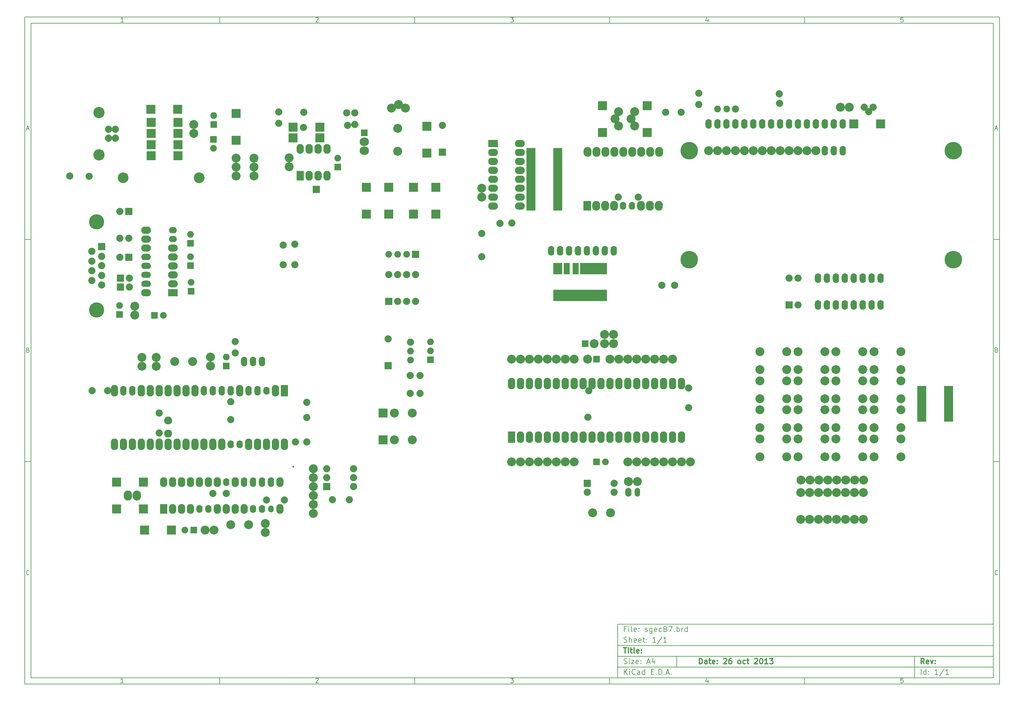
<source format=gbs>
G04 (created by PCBNEW-RS274X (2011-04-29 BZR 2986)-stable) date 10/26/2013 1:24:27 PM*
G01*
G70*
G90*
%MOIN*%
G04 Gerber Fmt 3.4, Leading zero omitted, Abs format*
%FSLAX34Y34*%
G04 APERTURE LIST*
%ADD10C,0.006000*%
%ADD11C,0.012000*%
%ADD12R,0.082000X0.130000*%
%ADD13O,0.082000X0.130000*%
%ADD14O,0.070000X0.090000*%
%ADD15O,0.070000X0.110000*%
%ADD16C,0.020400*%
%ADD17C,0.080000*%
%ADD18R,0.080000X0.080000*%
%ADD19C,0.100000*%
%ADD20O,0.070000X0.100000*%
%ADD21O,0.060000X0.100000*%
%ADD22R,0.100000X0.100000*%
%ADD23C,0.075000*%
%ADD24C,0.126300*%
%ADD25R,0.100000X0.130000*%
%ADD26R,0.070000X0.130000*%
%ADD27R,0.075000X0.075000*%
%ADD28C,0.197200*%
%ADD29C,0.120000*%
%ADD30O,0.090000X0.110000*%
%ADD31R,0.090000X0.110000*%
%ADD32R,0.082000X0.110000*%
%ADD33O,0.082000X0.110000*%
%ADD34O,0.060000X0.080000*%
%ADD35R,0.110000X0.082000*%
%ADD36O,0.110000X0.082000*%
%ADD37O,0.090000X0.070000*%
%ADD38O,0.110000X0.070000*%
%ADD39C,0.170000*%
%ADD40O,0.092000X0.112000*%
%ADD41O,0.105000X0.095000*%
%ADD42C,0.090000*%
G04 APERTURE END LIST*
G54D10*
X04000Y-04000D02*
X113000Y-04000D01*
X113000Y-78670D01*
X04000Y-78670D01*
X04000Y-04000D01*
X04700Y-04700D02*
X112300Y-04700D01*
X112300Y-77970D01*
X04700Y-77970D01*
X04700Y-04700D01*
X25800Y-04000D02*
X25800Y-04700D01*
X15043Y-04552D02*
X14757Y-04552D01*
X14900Y-04552D02*
X14900Y-04052D01*
X14852Y-04124D01*
X14805Y-04171D01*
X14757Y-04195D01*
X25800Y-78670D02*
X25800Y-77970D01*
X15043Y-78522D02*
X14757Y-78522D01*
X14900Y-78522D02*
X14900Y-78022D01*
X14852Y-78094D01*
X14805Y-78141D01*
X14757Y-78165D01*
X47600Y-04000D02*
X47600Y-04700D01*
X36557Y-04100D02*
X36581Y-04076D01*
X36629Y-04052D01*
X36748Y-04052D01*
X36795Y-04076D01*
X36819Y-04100D01*
X36843Y-04148D01*
X36843Y-04195D01*
X36819Y-04267D01*
X36533Y-04552D01*
X36843Y-04552D01*
X47600Y-78670D02*
X47600Y-77970D01*
X36557Y-78070D02*
X36581Y-78046D01*
X36629Y-78022D01*
X36748Y-78022D01*
X36795Y-78046D01*
X36819Y-78070D01*
X36843Y-78118D01*
X36843Y-78165D01*
X36819Y-78237D01*
X36533Y-78522D01*
X36843Y-78522D01*
X69400Y-04000D02*
X69400Y-04700D01*
X58333Y-04052D02*
X58643Y-04052D01*
X58476Y-04243D01*
X58548Y-04243D01*
X58595Y-04267D01*
X58619Y-04290D01*
X58643Y-04338D01*
X58643Y-04457D01*
X58619Y-04505D01*
X58595Y-04529D01*
X58548Y-04552D01*
X58405Y-04552D01*
X58357Y-04529D01*
X58333Y-04505D01*
X69400Y-78670D02*
X69400Y-77970D01*
X58333Y-78022D02*
X58643Y-78022D01*
X58476Y-78213D01*
X58548Y-78213D01*
X58595Y-78237D01*
X58619Y-78260D01*
X58643Y-78308D01*
X58643Y-78427D01*
X58619Y-78475D01*
X58595Y-78499D01*
X58548Y-78522D01*
X58405Y-78522D01*
X58357Y-78499D01*
X58333Y-78475D01*
X91200Y-04000D02*
X91200Y-04700D01*
X80395Y-04219D02*
X80395Y-04552D01*
X80276Y-04029D02*
X80157Y-04386D01*
X80467Y-04386D01*
X91200Y-78670D02*
X91200Y-77970D01*
X80395Y-78189D02*
X80395Y-78522D01*
X80276Y-77999D02*
X80157Y-78356D01*
X80467Y-78356D01*
X102219Y-04052D02*
X101981Y-04052D01*
X101957Y-04290D01*
X101981Y-04267D01*
X102029Y-04243D01*
X102148Y-04243D01*
X102195Y-04267D01*
X102219Y-04290D01*
X102243Y-04338D01*
X102243Y-04457D01*
X102219Y-04505D01*
X102195Y-04529D01*
X102148Y-04552D01*
X102029Y-04552D01*
X101981Y-04529D01*
X101957Y-04505D01*
X102219Y-78022D02*
X101981Y-78022D01*
X101957Y-78260D01*
X101981Y-78237D01*
X102029Y-78213D01*
X102148Y-78213D01*
X102195Y-78237D01*
X102219Y-78260D01*
X102243Y-78308D01*
X102243Y-78427D01*
X102219Y-78475D01*
X102195Y-78499D01*
X102148Y-78522D01*
X102029Y-78522D01*
X101981Y-78499D01*
X101957Y-78475D01*
X04000Y-28890D02*
X04700Y-28890D01*
X04231Y-16510D02*
X04469Y-16510D01*
X04184Y-16652D02*
X04350Y-16152D01*
X04517Y-16652D01*
X113000Y-28890D02*
X112300Y-28890D01*
X112531Y-16510D02*
X112769Y-16510D01*
X112484Y-16652D02*
X112650Y-16152D01*
X112817Y-16652D01*
X04000Y-53780D02*
X04700Y-53780D01*
X04386Y-41280D02*
X04457Y-41304D01*
X04481Y-41328D01*
X04505Y-41376D01*
X04505Y-41447D01*
X04481Y-41495D01*
X04457Y-41519D01*
X04410Y-41542D01*
X04219Y-41542D01*
X04219Y-41042D01*
X04386Y-41042D01*
X04433Y-41066D01*
X04457Y-41090D01*
X04481Y-41138D01*
X04481Y-41185D01*
X04457Y-41233D01*
X04433Y-41257D01*
X04386Y-41280D01*
X04219Y-41280D01*
X113000Y-53780D02*
X112300Y-53780D01*
X112686Y-41280D02*
X112757Y-41304D01*
X112781Y-41328D01*
X112805Y-41376D01*
X112805Y-41447D01*
X112781Y-41495D01*
X112757Y-41519D01*
X112710Y-41542D01*
X112519Y-41542D01*
X112519Y-41042D01*
X112686Y-41042D01*
X112733Y-41066D01*
X112757Y-41090D01*
X112781Y-41138D01*
X112781Y-41185D01*
X112757Y-41233D01*
X112733Y-41257D01*
X112686Y-41280D01*
X112519Y-41280D01*
X04505Y-66385D02*
X04481Y-66409D01*
X04410Y-66432D01*
X04362Y-66432D01*
X04290Y-66409D01*
X04243Y-66361D01*
X04219Y-66313D01*
X04195Y-66218D01*
X04195Y-66147D01*
X04219Y-66051D01*
X04243Y-66004D01*
X04290Y-65956D01*
X04362Y-65932D01*
X04410Y-65932D01*
X04481Y-65956D01*
X04505Y-65980D01*
X112805Y-66385D02*
X112781Y-66409D01*
X112710Y-66432D01*
X112662Y-66432D01*
X112590Y-66409D01*
X112543Y-66361D01*
X112519Y-66313D01*
X112495Y-66218D01*
X112495Y-66147D01*
X112519Y-66051D01*
X112543Y-66004D01*
X112590Y-65956D01*
X112662Y-65932D01*
X112710Y-65932D01*
X112781Y-65956D01*
X112805Y-65980D01*
G54D11*
X79443Y-76413D02*
X79443Y-75813D01*
X79586Y-75813D01*
X79671Y-75841D01*
X79729Y-75899D01*
X79757Y-75956D01*
X79786Y-76070D01*
X79786Y-76156D01*
X79757Y-76270D01*
X79729Y-76327D01*
X79671Y-76384D01*
X79586Y-76413D01*
X79443Y-76413D01*
X80300Y-76413D02*
X80300Y-76099D01*
X80271Y-76041D01*
X80214Y-76013D01*
X80100Y-76013D01*
X80043Y-76041D01*
X80300Y-76384D02*
X80243Y-76413D01*
X80100Y-76413D01*
X80043Y-76384D01*
X80014Y-76327D01*
X80014Y-76270D01*
X80043Y-76213D01*
X80100Y-76184D01*
X80243Y-76184D01*
X80300Y-76156D01*
X80500Y-76013D02*
X80729Y-76013D01*
X80586Y-75813D02*
X80586Y-76327D01*
X80614Y-76384D01*
X80672Y-76413D01*
X80729Y-76413D01*
X81157Y-76384D02*
X81100Y-76413D01*
X80986Y-76413D01*
X80929Y-76384D01*
X80900Y-76327D01*
X80900Y-76099D01*
X80929Y-76041D01*
X80986Y-76013D01*
X81100Y-76013D01*
X81157Y-76041D01*
X81186Y-76099D01*
X81186Y-76156D01*
X80900Y-76213D01*
X81443Y-76356D02*
X81471Y-76384D01*
X81443Y-76413D01*
X81414Y-76384D01*
X81443Y-76356D01*
X81443Y-76413D01*
X81443Y-76041D02*
X81471Y-76070D01*
X81443Y-76099D01*
X81414Y-76070D01*
X81443Y-76041D01*
X81443Y-76099D01*
X82157Y-75870D02*
X82186Y-75841D01*
X82243Y-75813D01*
X82386Y-75813D01*
X82443Y-75841D01*
X82472Y-75870D01*
X82500Y-75927D01*
X82500Y-75984D01*
X82472Y-76070D01*
X82129Y-76413D01*
X82500Y-76413D01*
X83014Y-75813D02*
X82900Y-75813D01*
X82843Y-75841D01*
X82814Y-75870D01*
X82757Y-75956D01*
X82728Y-76070D01*
X82728Y-76299D01*
X82757Y-76356D01*
X82785Y-76384D01*
X82843Y-76413D01*
X82957Y-76413D01*
X83014Y-76384D01*
X83043Y-76356D01*
X83071Y-76299D01*
X83071Y-76156D01*
X83043Y-76099D01*
X83014Y-76070D01*
X82957Y-76041D01*
X82843Y-76041D01*
X82785Y-76070D01*
X82757Y-76099D01*
X82728Y-76156D01*
X83871Y-76413D02*
X83813Y-76384D01*
X83785Y-76356D01*
X83756Y-76299D01*
X83756Y-76127D01*
X83785Y-76070D01*
X83813Y-76041D01*
X83871Y-76013D01*
X83956Y-76013D01*
X84013Y-76041D01*
X84042Y-76070D01*
X84071Y-76127D01*
X84071Y-76299D01*
X84042Y-76356D01*
X84013Y-76384D01*
X83956Y-76413D01*
X83871Y-76413D01*
X84585Y-76384D02*
X84528Y-76413D01*
X84414Y-76413D01*
X84356Y-76384D01*
X84328Y-76356D01*
X84299Y-76299D01*
X84299Y-76127D01*
X84328Y-76070D01*
X84356Y-76041D01*
X84414Y-76013D01*
X84528Y-76013D01*
X84585Y-76041D01*
X84756Y-76013D02*
X84985Y-76013D01*
X84842Y-75813D02*
X84842Y-76327D01*
X84870Y-76384D01*
X84928Y-76413D01*
X84985Y-76413D01*
X85613Y-75870D02*
X85642Y-75841D01*
X85699Y-75813D01*
X85842Y-75813D01*
X85899Y-75841D01*
X85928Y-75870D01*
X85956Y-75927D01*
X85956Y-75984D01*
X85928Y-76070D01*
X85585Y-76413D01*
X85956Y-76413D01*
X86327Y-75813D02*
X86384Y-75813D01*
X86441Y-75841D01*
X86470Y-75870D01*
X86499Y-75927D01*
X86527Y-76041D01*
X86527Y-76184D01*
X86499Y-76299D01*
X86470Y-76356D01*
X86441Y-76384D01*
X86384Y-76413D01*
X86327Y-76413D01*
X86270Y-76384D01*
X86241Y-76356D01*
X86213Y-76299D01*
X86184Y-76184D01*
X86184Y-76041D01*
X86213Y-75927D01*
X86241Y-75870D01*
X86270Y-75841D01*
X86327Y-75813D01*
X87098Y-76413D02*
X86755Y-76413D01*
X86927Y-76413D02*
X86927Y-75813D01*
X86870Y-75899D01*
X86812Y-75956D01*
X86755Y-75984D01*
X87298Y-75813D02*
X87669Y-75813D01*
X87469Y-76041D01*
X87555Y-76041D01*
X87612Y-76070D01*
X87641Y-76099D01*
X87669Y-76156D01*
X87669Y-76299D01*
X87641Y-76356D01*
X87612Y-76384D01*
X87555Y-76413D01*
X87383Y-76413D01*
X87326Y-76384D01*
X87298Y-76356D01*
G54D10*
X71043Y-77613D02*
X71043Y-77013D01*
X71386Y-77613D02*
X71129Y-77270D01*
X71386Y-77013D02*
X71043Y-77356D01*
X71643Y-77613D02*
X71643Y-77213D01*
X71643Y-77013D02*
X71614Y-77041D01*
X71643Y-77070D01*
X71671Y-77041D01*
X71643Y-77013D01*
X71643Y-77070D01*
X72272Y-77556D02*
X72243Y-77584D01*
X72157Y-77613D01*
X72100Y-77613D01*
X72015Y-77584D01*
X71957Y-77527D01*
X71929Y-77470D01*
X71900Y-77356D01*
X71900Y-77270D01*
X71929Y-77156D01*
X71957Y-77099D01*
X72015Y-77041D01*
X72100Y-77013D01*
X72157Y-77013D01*
X72243Y-77041D01*
X72272Y-77070D01*
X72786Y-77613D02*
X72786Y-77299D01*
X72757Y-77241D01*
X72700Y-77213D01*
X72586Y-77213D01*
X72529Y-77241D01*
X72786Y-77584D02*
X72729Y-77613D01*
X72586Y-77613D01*
X72529Y-77584D01*
X72500Y-77527D01*
X72500Y-77470D01*
X72529Y-77413D01*
X72586Y-77384D01*
X72729Y-77384D01*
X72786Y-77356D01*
X73329Y-77613D02*
X73329Y-77013D01*
X73329Y-77584D02*
X73272Y-77613D01*
X73158Y-77613D01*
X73100Y-77584D01*
X73072Y-77556D01*
X73043Y-77499D01*
X73043Y-77327D01*
X73072Y-77270D01*
X73100Y-77241D01*
X73158Y-77213D01*
X73272Y-77213D01*
X73329Y-77241D01*
X74072Y-77299D02*
X74272Y-77299D01*
X74358Y-77613D02*
X74072Y-77613D01*
X74072Y-77013D01*
X74358Y-77013D01*
X74615Y-77556D02*
X74643Y-77584D01*
X74615Y-77613D01*
X74586Y-77584D01*
X74615Y-77556D01*
X74615Y-77613D01*
X74901Y-77613D02*
X74901Y-77013D01*
X75044Y-77013D01*
X75129Y-77041D01*
X75187Y-77099D01*
X75215Y-77156D01*
X75244Y-77270D01*
X75244Y-77356D01*
X75215Y-77470D01*
X75187Y-77527D01*
X75129Y-77584D01*
X75044Y-77613D01*
X74901Y-77613D01*
X75501Y-77556D02*
X75529Y-77584D01*
X75501Y-77613D01*
X75472Y-77584D01*
X75501Y-77556D01*
X75501Y-77613D01*
X75758Y-77441D02*
X76044Y-77441D01*
X75701Y-77613D02*
X75901Y-77013D01*
X76101Y-77613D01*
X76301Y-77556D02*
X76329Y-77584D01*
X76301Y-77613D01*
X76272Y-77584D01*
X76301Y-77556D01*
X76301Y-77613D01*
G54D11*
X104586Y-76413D02*
X104386Y-76127D01*
X104243Y-76413D02*
X104243Y-75813D01*
X104471Y-75813D01*
X104529Y-75841D01*
X104557Y-75870D01*
X104586Y-75927D01*
X104586Y-76013D01*
X104557Y-76070D01*
X104529Y-76099D01*
X104471Y-76127D01*
X104243Y-76127D01*
X105071Y-76384D02*
X105014Y-76413D01*
X104900Y-76413D01*
X104843Y-76384D01*
X104814Y-76327D01*
X104814Y-76099D01*
X104843Y-76041D01*
X104900Y-76013D01*
X105014Y-76013D01*
X105071Y-76041D01*
X105100Y-76099D01*
X105100Y-76156D01*
X104814Y-76213D01*
X105300Y-76013D02*
X105443Y-76413D01*
X105585Y-76013D01*
X105814Y-76356D02*
X105842Y-76384D01*
X105814Y-76413D01*
X105785Y-76384D01*
X105814Y-76356D01*
X105814Y-76413D01*
X105814Y-76041D02*
X105842Y-76070D01*
X105814Y-76099D01*
X105785Y-76070D01*
X105814Y-76041D01*
X105814Y-76099D01*
G54D10*
X71014Y-76384D02*
X71100Y-76413D01*
X71243Y-76413D01*
X71300Y-76384D01*
X71329Y-76356D01*
X71357Y-76299D01*
X71357Y-76241D01*
X71329Y-76184D01*
X71300Y-76156D01*
X71243Y-76127D01*
X71129Y-76099D01*
X71071Y-76070D01*
X71043Y-76041D01*
X71014Y-75984D01*
X71014Y-75927D01*
X71043Y-75870D01*
X71071Y-75841D01*
X71129Y-75813D01*
X71271Y-75813D01*
X71357Y-75841D01*
X71614Y-76413D02*
X71614Y-76013D01*
X71614Y-75813D02*
X71585Y-75841D01*
X71614Y-75870D01*
X71642Y-75841D01*
X71614Y-75813D01*
X71614Y-75870D01*
X71843Y-76013D02*
X72157Y-76013D01*
X71843Y-76413D01*
X72157Y-76413D01*
X72614Y-76384D02*
X72557Y-76413D01*
X72443Y-76413D01*
X72386Y-76384D01*
X72357Y-76327D01*
X72357Y-76099D01*
X72386Y-76041D01*
X72443Y-76013D01*
X72557Y-76013D01*
X72614Y-76041D01*
X72643Y-76099D01*
X72643Y-76156D01*
X72357Y-76213D01*
X72900Y-76356D02*
X72928Y-76384D01*
X72900Y-76413D01*
X72871Y-76384D01*
X72900Y-76356D01*
X72900Y-76413D01*
X72900Y-76041D02*
X72928Y-76070D01*
X72900Y-76099D01*
X72871Y-76070D01*
X72900Y-76041D01*
X72900Y-76099D01*
X73614Y-76241D02*
X73900Y-76241D01*
X73557Y-76413D02*
X73757Y-75813D01*
X73957Y-76413D01*
X74414Y-76013D02*
X74414Y-76413D01*
X74271Y-75784D02*
X74128Y-76213D01*
X74500Y-76213D01*
X104243Y-77613D02*
X104243Y-77013D01*
X104786Y-77613D02*
X104786Y-77013D01*
X104786Y-77584D02*
X104729Y-77613D01*
X104615Y-77613D01*
X104557Y-77584D01*
X104529Y-77556D01*
X104500Y-77499D01*
X104500Y-77327D01*
X104529Y-77270D01*
X104557Y-77241D01*
X104615Y-77213D01*
X104729Y-77213D01*
X104786Y-77241D01*
X105072Y-77556D02*
X105100Y-77584D01*
X105072Y-77613D01*
X105043Y-77584D01*
X105072Y-77556D01*
X105072Y-77613D01*
X105072Y-77241D02*
X105100Y-77270D01*
X105072Y-77299D01*
X105043Y-77270D01*
X105072Y-77241D01*
X105072Y-77299D01*
X106129Y-77613D02*
X105786Y-77613D01*
X105958Y-77613D02*
X105958Y-77013D01*
X105901Y-77099D01*
X105843Y-77156D01*
X105786Y-77184D01*
X106814Y-76984D02*
X106300Y-77756D01*
X107329Y-77613D02*
X106986Y-77613D01*
X107158Y-77613D02*
X107158Y-77013D01*
X107101Y-77099D01*
X107043Y-77156D01*
X106986Y-77184D01*
G54D11*
X70957Y-74613D02*
X71300Y-74613D01*
X71129Y-75213D02*
X71129Y-74613D01*
X71500Y-75213D02*
X71500Y-74813D01*
X71500Y-74613D02*
X71471Y-74641D01*
X71500Y-74670D01*
X71528Y-74641D01*
X71500Y-74613D01*
X71500Y-74670D01*
X71700Y-74813D02*
X71929Y-74813D01*
X71786Y-74613D02*
X71786Y-75127D01*
X71814Y-75184D01*
X71872Y-75213D01*
X71929Y-75213D01*
X72215Y-75213D02*
X72157Y-75184D01*
X72129Y-75127D01*
X72129Y-74613D01*
X72671Y-75184D02*
X72614Y-75213D01*
X72500Y-75213D01*
X72443Y-75184D01*
X72414Y-75127D01*
X72414Y-74899D01*
X72443Y-74841D01*
X72500Y-74813D01*
X72614Y-74813D01*
X72671Y-74841D01*
X72700Y-74899D01*
X72700Y-74956D01*
X72414Y-75013D01*
X72957Y-75156D02*
X72985Y-75184D01*
X72957Y-75213D01*
X72928Y-75184D01*
X72957Y-75156D01*
X72957Y-75213D01*
X72957Y-74841D02*
X72985Y-74870D01*
X72957Y-74899D01*
X72928Y-74870D01*
X72957Y-74841D01*
X72957Y-74899D01*
G54D10*
X71243Y-72499D02*
X71043Y-72499D01*
X71043Y-72813D02*
X71043Y-72213D01*
X71329Y-72213D01*
X71557Y-72813D02*
X71557Y-72413D01*
X71557Y-72213D02*
X71528Y-72241D01*
X71557Y-72270D01*
X71585Y-72241D01*
X71557Y-72213D01*
X71557Y-72270D01*
X71929Y-72813D02*
X71871Y-72784D01*
X71843Y-72727D01*
X71843Y-72213D01*
X72385Y-72784D02*
X72328Y-72813D01*
X72214Y-72813D01*
X72157Y-72784D01*
X72128Y-72727D01*
X72128Y-72499D01*
X72157Y-72441D01*
X72214Y-72413D01*
X72328Y-72413D01*
X72385Y-72441D01*
X72414Y-72499D01*
X72414Y-72556D01*
X72128Y-72613D01*
X72671Y-72756D02*
X72699Y-72784D01*
X72671Y-72813D01*
X72642Y-72784D01*
X72671Y-72756D01*
X72671Y-72813D01*
X72671Y-72441D02*
X72699Y-72470D01*
X72671Y-72499D01*
X72642Y-72470D01*
X72671Y-72441D01*
X72671Y-72499D01*
X73385Y-72784D02*
X73442Y-72813D01*
X73557Y-72813D01*
X73614Y-72784D01*
X73642Y-72727D01*
X73642Y-72699D01*
X73614Y-72641D01*
X73557Y-72613D01*
X73471Y-72613D01*
X73414Y-72584D01*
X73385Y-72527D01*
X73385Y-72499D01*
X73414Y-72441D01*
X73471Y-72413D01*
X73557Y-72413D01*
X73614Y-72441D01*
X74157Y-72413D02*
X74157Y-72899D01*
X74128Y-72956D01*
X74100Y-72984D01*
X74043Y-73013D01*
X73957Y-73013D01*
X73900Y-72984D01*
X74157Y-72784D02*
X74100Y-72813D01*
X73986Y-72813D01*
X73928Y-72784D01*
X73900Y-72756D01*
X73871Y-72699D01*
X73871Y-72527D01*
X73900Y-72470D01*
X73928Y-72441D01*
X73986Y-72413D01*
X74100Y-72413D01*
X74157Y-72441D01*
X74671Y-72784D02*
X74614Y-72813D01*
X74500Y-72813D01*
X74443Y-72784D01*
X74414Y-72727D01*
X74414Y-72499D01*
X74443Y-72441D01*
X74500Y-72413D01*
X74614Y-72413D01*
X74671Y-72441D01*
X74700Y-72499D01*
X74700Y-72556D01*
X74414Y-72613D01*
X75214Y-72784D02*
X75157Y-72813D01*
X75043Y-72813D01*
X74985Y-72784D01*
X74957Y-72756D01*
X74928Y-72699D01*
X74928Y-72527D01*
X74957Y-72470D01*
X74985Y-72441D01*
X75043Y-72413D01*
X75157Y-72413D01*
X75214Y-72441D01*
X75671Y-72499D02*
X75757Y-72527D01*
X75785Y-72556D01*
X75814Y-72613D01*
X75814Y-72699D01*
X75785Y-72756D01*
X75757Y-72784D01*
X75699Y-72813D01*
X75471Y-72813D01*
X75471Y-72213D01*
X75671Y-72213D01*
X75728Y-72241D01*
X75757Y-72270D01*
X75785Y-72327D01*
X75785Y-72384D01*
X75757Y-72441D01*
X75728Y-72470D01*
X75671Y-72499D01*
X75471Y-72499D01*
X76014Y-72213D02*
X76414Y-72213D01*
X76157Y-72813D01*
X76642Y-72756D02*
X76670Y-72784D01*
X76642Y-72813D01*
X76613Y-72784D01*
X76642Y-72756D01*
X76642Y-72813D01*
X76928Y-72813D02*
X76928Y-72213D01*
X76928Y-72441D02*
X76985Y-72413D01*
X77099Y-72413D01*
X77156Y-72441D01*
X77185Y-72470D01*
X77214Y-72527D01*
X77214Y-72699D01*
X77185Y-72756D01*
X77156Y-72784D01*
X77099Y-72813D01*
X76985Y-72813D01*
X76928Y-72784D01*
X77471Y-72813D02*
X77471Y-72413D01*
X77471Y-72527D02*
X77499Y-72470D01*
X77528Y-72441D01*
X77585Y-72413D01*
X77642Y-72413D01*
X78099Y-72813D02*
X78099Y-72213D01*
X78099Y-72784D02*
X78042Y-72813D01*
X77928Y-72813D01*
X77870Y-72784D01*
X77842Y-72756D01*
X77813Y-72699D01*
X77813Y-72527D01*
X77842Y-72470D01*
X77870Y-72441D01*
X77928Y-72413D01*
X78042Y-72413D01*
X78099Y-72441D01*
X71014Y-73984D02*
X71100Y-74013D01*
X71243Y-74013D01*
X71300Y-73984D01*
X71329Y-73956D01*
X71357Y-73899D01*
X71357Y-73841D01*
X71329Y-73784D01*
X71300Y-73756D01*
X71243Y-73727D01*
X71129Y-73699D01*
X71071Y-73670D01*
X71043Y-73641D01*
X71014Y-73584D01*
X71014Y-73527D01*
X71043Y-73470D01*
X71071Y-73441D01*
X71129Y-73413D01*
X71271Y-73413D01*
X71357Y-73441D01*
X71614Y-74013D02*
X71614Y-73413D01*
X71871Y-74013D02*
X71871Y-73699D01*
X71842Y-73641D01*
X71785Y-73613D01*
X71700Y-73613D01*
X71642Y-73641D01*
X71614Y-73670D01*
X72385Y-73984D02*
X72328Y-74013D01*
X72214Y-74013D01*
X72157Y-73984D01*
X72128Y-73927D01*
X72128Y-73699D01*
X72157Y-73641D01*
X72214Y-73613D01*
X72328Y-73613D01*
X72385Y-73641D01*
X72414Y-73699D01*
X72414Y-73756D01*
X72128Y-73813D01*
X72899Y-73984D02*
X72842Y-74013D01*
X72728Y-74013D01*
X72671Y-73984D01*
X72642Y-73927D01*
X72642Y-73699D01*
X72671Y-73641D01*
X72728Y-73613D01*
X72842Y-73613D01*
X72899Y-73641D01*
X72928Y-73699D01*
X72928Y-73756D01*
X72642Y-73813D01*
X73099Y-73613D02*
X73328Y-73613D01*
X73185Y-73413D02*
X73185Y-73927D01*
X73213Y-73984D01*
X73271Y-74013D01*
X73328Y-74013D01*
X73528Y-73956D02*
X73556Y-73984D01*
X73528Y-74013D01*
X73499Y-73984D01*
X73528Y-73956D01*
X73528Y-74013D01*
X73528Y-73641D02*
X73556Y-73670D01*
X73528Y-73699D01*
X73499Y-73670D01*
X73528Y-73641D01*
X73528Y-73699D01*
X74585Y-74013D02*
X74242Y-74013D01*
X74414Y-74013D02*
X74414Y-73413D01*
X74357Y-73499D01*
X74299Y-73556D01*
X74242Y-73584D01*
X75270Y-73384D02*
X74756Y-74156D01*
X75785Y-74013D02*
X75442Y-74013D01*
X75614Y-74013D02*
X75614Y-73413D01*
X75557Y-73499D01*
X75499Y-73556D01*
X75442Y-73584D01*
X70300Y-71970D02*
X70300Y-77970D01*
X70300Y-71970D02*
X112300Y-71970D01*
X70300Y-71970D02*
X112300Y-71970D01*
X70300Y-74370D02*
X112300Y-74370D01*
X103500Y-75570D02*
X103500Y-77970D01*
X70300Y-76770D02*
X112300Y-76770D01*
X70300Y-75570D02*
X112300Y-75570D01*
X76900Y-75570D02*
X76900Y-76770D01*
G54D12*
X33035Y-45825D03*
G54D13*
X32035Y-45825D03*
G54D14*
X31035Y-45825D03*
G54D15*
X30035Y-45825D03*
X29035Y-45825D03*
G54D13*
X28035Y-45825D03*
G54D15*
X27035Y-45825D03*
X26035Y-45825D03*
X25035Y-45825D03*
X24035Y-45825D03*
G54D13*
X23035Y-45825D03*
X22035Y-45825D03*
X21035Y-45825D03*
X20035Y-45825D03*
X19035Y-45825D03*
X18035Y-45825D03*
X17035Y-45825D03*
G54D15*
X16035Y-45825D03*
X15035Y-45825D03*
G54D13*
X14035Y-45825D03*
X14035Y-51825D03*
X15035Y-51825D03*
X16035Y-51825D03*
X17035Y-51825D03*
X18035Y-51825D03*
X19035Y-51825D03*
X20035Y-51825D03*
X21035Y-51825D03*
X22035Y-51825D03*
X23035Y-51825D03*
X24035Y-51825D03*
X25035Y-51825D03*
X26035Y-51825D03*
G54D14*
X27035Y-51825D03*
X28035Y-51825D03*
G54D13*
X29035Y-51825D03*
X30035Y-51825D03*
X31035Y-51825D03*
X32035Y-51825D03*
X33035Y-51825D03*
G54D16*
X34035Y-54325D03*
G54D12*
X58440Y-51050D03*
G54D13*
X59440Y-51050D03*
X60440Y-51050D03*
X61440Y-51050D03*
X62440Y-51050D03*
X63440Y-51050D03*
X64440Y-51050D03*
X65440Y-51050D03*
X66440Y-51050D03*
X67440Y-51050D03*
X68440Y-51050D03*
X69440Y-51050D03*
X70440Y-51050D03*
X71440Y-51050D03*
X72440Y-51050D03*
X73440Y-51050D03*
X74440Y-51050D03*
X75440Y-51050D03*
X76440Y-51050D03*
X77440Y-51050D03*
X77440Y-45050D03*
X76440Y-45050D03*
X75440Y-45050D03*
X74440Y-45050D03*
X73440Y-45050D03*
X72440Y-45050D03*
X71440Y-45050D03*
X70440Y-45050D03*
X69440Y-45050D03*
X68440Y-45050D03*
X67440Y-45050D03*
X66440Y-45050D03*
X65440Y-45050D03*
X64440Y-45050D03*
X63440Y-45050D03*
X62440Y-45050D03*
X61440Y-45050D03*
X60440Y-45050D03*
X59440Y-45050D03*
X58440Y-45050D03*
G54D17*
X90470Y-33220D03*
X90470Y-36220D03*
G54D18*
X89470Y-36220D03*
G54D17*
X89470Y-33220D03*
G54D19*
X16310Y-37360D03*
X16310Y-36360D03*
X22900Y-17050D03*
X22900Y-16050D03*
X55120Y-24170D03*
X55120Y-23170D03*
X33560Y-20780D03*
X33560Y-19780D03*
X96220Y-14090D03*
X95220Y-14090D03*
X69845Y-40570D03*
X68845Y-40570D03*
X24785Y-43075D03*
X24785Y-42075D03*
X17120Y-42100D03*
X17120Y-43100D03*
X24160Y-61450D03*
X25160Y-61450D03*
X30910Y-60700D03*
X30910Y-61700D03*
X18720Y-42100D03*
X18720Y-43100D03*
X69841Y-39528D03*
X68841Y-39528D03*
X71500Y-56000D03*
X72500Y-56000D03*
G54D20*
X71500Y-57200D03*
G54D21*
X72500Y-57200D03*
G54D22*
X21150Y-15800D03*
X18150Y-15800D03*
X21150Y-17050D03*
X18150Y-17050D03*
G54D23*
X81490Y-14310D03*
X82498Y-14310D03*
G54D17*
X83490Y-14310D03*
G54D23*
X47130Y-42410D03*
X47130Y-41402D03*
G54D17*
X47130Y-40410D03*
X14150Y-17570D03*
X14150Y-16570D03*
X13363Y-16570D03*
X13363Y-17570D03*
G54D24*
X12300Y-19432D03*
X12300Y-14708D03*
G54D17*
X98380Y-14610D03*
X98880Y-14110D03*
X97880Y-14110D03*
G54D15*
X92720Y-36220D03*
X93720Y-36220D03*
X94720Y-36220D03*
X95720Y-36220D03*
X96720Y-36220D03*
X97720Y-36220D03*
X98720Y-36220D03*
X99720Y-36220D03*
X99720Y-33220D03*
X98720Y-33220D03*
X97720Y-33220D03*
X96720Y-33220D03*
X95720Y-33220D03*
X94720Y-33220D03*
X93720Y-33220D03*
X92720Y-33220D03*
G54D19*
X90780Y-60220D03*
X91780Y-60220D03*
X92780Y-60220D03*
X93780Y-60220D03*
X94780Y-60220D03*
X95780Y-60220D03*
X96780Y-60220D03*
X97780Y-60220D03*
X97780Y-57220D03*
X96780Y-57220D03*
X95780Y-57220D03*
X94780Y-57220D03*
X93780Y-57220D03*
X92780Y-57220D03*
X91780Y-57220D03*
X90780Y-57220D03*
G54D25*
X63620Y-35170D03*
X64620Y-35170D03*
X65620Y-35170D03*
X66620Y-35170D03*
X67620Y-35170D03*
X68620Y-35170D03*
X68620Y-32170D03*
X67620Y-32170D03*
X66620Y-32170D03*
G54D26*
X65620Y-32170D03*
X64620Y-32170D03*
G54D25*
X63620Y-32170D03*
G54D18*
X44710Y-35820D03*
G54D17*
X45710Y-35820D03*
X46710Y-35820D03*
X47710Y-35820D03*
X47710Y-32820D03*
X46710Y-32820D03*
X45710Y-32820D03*
X44710Y-32820D03*
G54D18*
X36600Y-23300D03*
G54D17*
X14640Y-28760D03*
X14640Y-25760D03*
G54D18*
X15640Y-25760D03*
G54D17*
X15640Y-28760D03*
G54D19*
X93470Y-44720D03*
X93470Y-46720D03*
X90470Y-44720D03*
X90470Y-46720D03*
X89220Y-44720D03*
X89220Y-46720D03*
X86220Y-44720D03*
X86220Y-46720D03*
X101970Y-47970D03*
X101970Y-49970D03*
X98970Y-47970D03*
X98970Y-49970D03*
X93470Y-41470D03*
X93470Y-43470D03*
X90470Y-41470D03*
X90470Y-43470D03*
X89220Y-41470D03*
X89220Y-43470D03*
X86220Y-41470D03*
X86220Y-43470D03*
X101970Y-44720D03*
X101970Y-46720D03*
X98970Y-44720D03*
X98970Y-46720D03*
X97720Y-44720D03*
X97720Y-46720D03*
X94720Y-44720D03*
X94720Y-46720D03*
X97720Y-47970D03*
X97720Y-49970D03*
X94720Y-47970D03*
X94720Y-49970D03*
X93470Y-47970D03*
X93470Y-49970D03*
X90470Y-47970D03*
X90470Y-49970D03*
X89220Y-47970D03*
X89220Y-49970D03*
X86220Y-47970D03*
X86220Y-49970D03*
X101970Y-51220D03*
X101970Y-53220D03*
X98970Y-51220D03*
X98970Y-53220D03*
X97720Y-51220D03*
X97720Y-53220D03*
X94720Y-51220D03*
X94720Y-53220D03*
X93470Y-51220D03*
X93470Y-53220D03*
X90470Y-51220D03*
X90470Y-53220D03*
X89220Y-51220D03*
X89220Y-53220D03*
X86220Y-51220D03*
X86220Y-53220D03*
X97720Y-41470D03*
X97720Y-43470D03*
X94720Y-41470D03*
X94720Y-43470D03*
X101970Y-41470D03*
X101970Y-43470D03*
X98970Y-41470D03*
X98970Y-43470D03*
X47340Y-51340D03*
X45340Y-51340D03*
X47340Y-48340D03*
X45340Y-48340D03*
X27650Y-19800D03*
X29650Y-19800D03*
X27650Y-20800D03*
X27650Y-21800D03*
X29650Y-21800D03*
X29650Y-20800D03*
X90810Y-55840D03*
X91810Y-55840D03*
X92810Y-55840D03*
X93810Y-55840D03*
X94810Y-55840D03*
X95810Y-55840D03*
X96810Y-55840D03*
X97810Y-55840D03*
X58440Y-53800D03*
X59440Y-53800D03*
X60440Y-53800D03*
X61440Y-53800D03*
X62440Y-53800D03*
X63440Y-53800D03*
X64440Y-53800D03*
X65440Y-53800D03*
X58440Y-42300D03*
X59440Y-42300D03*
X60440Y-42300D03*
X61440Y-42300D03*
X62440Y-42300D03*
X63440Y-42300D03*
X64440Y-42300D03*
X65440Y-42300D03*
G54D15*
X69870Y-30170D03*
X68870Y-30170D03*
X67870Y-30170D03*
X66870Y-30170D03*
X65870Y-30170D03*
X64870Y-30170D03*
X63870Y-30170D03*
X62870Y-30170D03*
G54D19*
X71440Y-53800D03*
X72440Y-53800D03*
X73440Y-53800D03*
X74440Y-53800D03*
X75440Y-53800D03*
X76440Y-53800D03*
X77440Y-53800D03*
X78440Y-53800D03*
X76440Y-42300D03*
X75440Y-42300D03*
X74440Y-42300D03*
X73440Y-42300D03*
X72440Y-42300D03*
X71440Y-42300D03*
X70440Y-42300D03*
X69440Y-42300D03*
X36285Y-54575D03*
X36285Y-55575D03*
X36285Y-56575D03*
X36285Y-57575D03*
X36285Y-58575D03*
X36285Y-59575D03*
G54D18*
X47710Y-30570D03*
G54D23*
X46710Y-30570D03*
X45710Y-30570D03*
X44710Y-30570D03*
G54D27*
X49380Y-42370D03*
G54D23*
X49380Y-41370D03*
X49380Y-40370D03*
G54D15*
X28535Y-42575D03*
X29535Y-42575D03*
X30535Y-42575D03*
G54D18*
X14720Y-33220D03*
G54D17*
X15720Y-33220D03*
G54D18*
X14720Y-34220D03*
G54D17*
X15720Y-34220D03*
G54D27*
X66670Y-40570D03*
G54D19*
X67670Y-40570D03*
G54D15*
X80470Y-15970D03*
X81470Y-15970D03*
X82470Y-15970D03*
X83470Y-15970D03*
X84470Y-15970D03*
X85470Y-15970D03*
X86470Y-15970D03*
X87470Y-15970D03*
X88470Y-15970D03*
X89470Y-15970D03*
X90470Y-15970D03*
X91470Y-15970D03*
X92470Y-15970D03*
X93470Y-15970D03*
X94470Y-15970D03*
X95470Y-15970D03*
G54D22*
X34020Y-16320D03*
X37020Y-16320D03*
X44090Y-48340D03*
X44090Y-51340D03*
X17285Y-59075D03*
X14285Y-59075D03*
X17285Y-56075D03*
X14285Y-56075D03*
X34020Y-17520D03*
X37020Y-17520D03*
X99720Y-15970D03*
X96720Y-15970D03*
X68620Y-16920D03*
X68620Y-13920D03*
X73620Y-16920D03*
X73620Y-13920D03*
X63620Y-25170D03*
X60620Y-25170D03*
X63620Y-24170D03*
X60620Y-24170D03*
X63620Y-23170D03*
X60620Y-23170D03*
X63620Y-22170D03*
X60620Y-22170D03*
X17410Y-61450D03*
X20410Y-61450D03*
X18120Y-14320D03*
X21120Y-14320D03*
X18150Y-19550D03*
X21150Y-19550D03*
X18150Y-18300D03*
X21150Y-18300D03*
X63620Y-21170D03*
X60620Y-21170D03*
X63620Y-19170D03*
X60620Y-19170D03*
X63620Y-20170D03*
X60620Y-20170D03*
X42210Y-23070D03*
X42210Y-26070D03*
X44710Y-23070D03*
X44710Y-26070D03*
X47460Y-23070D03*
X47460Y-26070D03*
X49960Y-23070D03*
X49960Y-26070D03*
X27650Y-17800D03*
X27650Y-14800D03*
X48970Y-16220D03*
X48970Y-19220D03*
G54D19*
X80470Y-18954D03*
X81470Y-18970D03*
X82470Y-18970D03*
X83470Y-18970D03*
X84470Y-18970D03*
X85470Y-18970D03*
X86470Y-18970D03*
X87470Y-18970D03*
X88470Y-18970D03*
X89470Y-18970D03*
X90470Y-18970D03*
X91470Y-18970D03*
X92470Y-18970D03*
G54D15*
X93470Y-18970D03*
X94470Y-18970D03*
X95470Y-18970D03*
G54D28*
X78305Y-18970D03*
X78305Y-31175D03*
X107832Y-18970D03*
X107832Y-31175D03*
G54D19*
X27035Y-60825D03*
X29035Y-60825D03*
X69500Y-59500D03*
X67500Y-59500D03*
X22785Y-42575D03*
X20785Y-42575D03*
G54D29*
X23510Y-22000D03*
X15010Y-22000D03*
G54D30*
X66927Y-19115D03*
X67927Y-19115D03*
X68927Y-19115D03*
X69927Y-19115D03*
X70930Y-19115D03*
X71930Y-19115D03*
X72930Y-19115D03*
X73930Y-19115D03*
G54D31*
X66917Y-25125D03*
G54D30*
X67920Y-25125D03*
X68920Y-25125D03*
X69920Y-25125D03*
G54D14*
X70920Y-25125D03*
X71920Y-25125D03*
G54D30*
X72920Y-25125D03*
X73920Y-25125D03*
X74930Y-19115D03*
X74920Y-25125D03*
G54D32*
X34810Y-21780D03*
G54D33*
X35810Y-21780D03*
X36810Y-21780D03*
X37810Y-21780D03*
X37810Y-18780D03*
X36810Y-18780D03*
X35810Y-18780D03*
X34810Y-18780D03*
X20535Y-59075D03*
X21535Y-59075D03*
X22535Y-59075D03*
G54D14*
X23535Y-59075D03*
X24535Y-59075D03*
G54D33*
X25535Y-59075D03*
X26535Y-59075D03*
X27535Y-59075D03*
X28535Y-59075D03*
G54D14*
X29535Y-59075D03*
X30535Y-59075D03*
G54D34*
X31535Y-59075D03*
G54D33*
X32535Y-59075D03*
G54D32*
X19535Y-59075D03*
G54D33*
X32535Y-56075D03*
G54D15*
X31535Y-56075D03*
X30535Y-56075D03*
X29535Y-56075D03*
X28535Y-56075D03*
G54D33*
X27535Y-56075D03*
G54D14*
X26535Y-56075D03*
G54D33*
X25535Y-56075D03*
X24535Y-56075D03*
X23535Y-56075D03*
X22535Y-56075D03*
X21535Y-56075D03*
X20535Y-56075D03*
X19535Y-56075D03*
G54D35*
X20560Y-34860D03*
G54D36*
X20560Y-33860D03*
X20560Y-32860D03*
X20560Y-31860D03*
X20560Y-30860D03*
X20560Y-29860D03*
G54D37*
X20560Y-28860D03*
X20560Y-27860D03*
G54D36*
X17560Y-27860D03*
X17560Y-28860D03*
X17560Y-29860D03*
G54D38*
X17560Y-30860D03*
X17560Y-31860D03*
X17560Y-32860D03*
X17560Y-33860D03*
G54D36*
X17560Y-34860D03*
G54D35*
X56370Y-18170D03*
G54D36*
X56370Y-19170D03*
X56370Y-20170D03*
X56370Y-21170D03*
X56370Y-22170D03*
X56370Y-23170D03*
X56370Y-24170D03*
X56370Y-25170D03*
X59370Y-25170D03*
X59370Y-24170D03*
X59370Y-23170D03*
X59370Y-22170D03*
X59370Y-21170D03*
X59370Y-20170D03*
X59370Y-19170D03*
X59370Y-18170D03*
G54D39*
X12050Y-26950D03*
X12050Y-36800D03*
G54D18*
X12600Y-29700D03*
G54D17*
X12600Y-30800D03*
X12600Y-31850D03*
X12600Y-32950D03*
X12600Y-34000D03*
X11500Y-30250D03*
X11500Y-31350D03*
X11500Y-32400D03*
X11500Y-33500D03*
G54D27*
X67940Y-42300D03*
G54D19*
X66940Y-42300D03*
G54D27*
X26535Y-43075D03*
G54D23*
X26535Y-42075D03*
G54D19*
X45720Y-19020D03*
X45720Y-16461D03*
G54D40*
X15535Y-57575D03*
X16535Y-57575D03*
G54D27*
X22910Y-61450D03*
G54D23*
X21910Y-61450D03*
G54D18*
X37785Y-56575D03*
G54D17*
X37785Y-55575D03*
X37785Y-54575D03*
X40785Y-56575D03*
X40785Y-55575D03*
X40785Y-54575D03*
G54D27*
X41970Y-16970D03*
G54D41*
X41970Y-17970D03*
X41970Y-18970D03*
G54D18*
X15630Y-30890D03*
G54D17*
X14630Y-30890D03*
X69900Y-57200D03*
X66900Y-57200D03*
G54D18*
X66900Y-56200D03*
G54D17*
X69900Y-56200D03*
G54D22*
X104300Y-46800D03*
X107300Y-46800D03*
X104300Y-45800D03*
X107300Y-45800D03*
X104300Y-47800D03*
X107300Y-47800D03*
X104300Y-48800D03*
X107300Y-48800D03*
G54D27*
X22550Y-29350D03*
G54D23*
X22550Y-28350D03*
G54D27*
X22550Y-31850D03*
G54D23*
X22550Y-30850D03*
G54D27*
X22600Y-34700D03*
G54D23*
X22600Y-33700D03*
G54D27*
X18500Y-37400D03*
G54D23*
X19500Y-37400D03*
G54D27*
X14600Y-37300D03*
G54D23*
X14600Y-36300D03*
G54D27*
X25150Y-16050D03*
G54D23*
X25150Y-15050D03*
G54D27*
X25100Y-17700D03*
G54D23*
X25100Y-18700D03*
G54D19*
X45013Y-14197D03*
X45800Y-13803D03*
X46587Y-14197D03*
X72197Y-16187D03*
X71803Y-15400D03*
X72197Y-14613D03*
X70397Y-16187D03*
X70003Y-15400D03*
X70397Y-14613D03*
G54D27*
X67950Y-53800D03*
G54D23*
X68950Y-53800D03*
G54D17*
X50700Y-16150D03*
G54D18*
X50700Y-19150D03*
G54D17*
X44650Y-40050D03*
G54D18*
X44650Y-43050D03*
G54D27*
X39000Y-20800D03*
G54D23*
X39000Y-19800D03*
G54D17*
X11220Y-21820D03*
X09050Y-21810D03*
X40320Y-58020D03*
X38420Y-58020D03*
X27035Y-47075D03*
G54D42*
X20030Y-50630D03*
G54D17*
X35535Y-51575D03*
X27035Y-49075D03*
G54D42*
X20040Y-49160D03*
G54D17*
X34285Y-51575D03*
X70370Y-24170D03*
X72620Y-24170D03*
X78250Y-47730D03*
X78230Y-45520D03*
X40120Y-16120D03*
X40020Y-14720D03*
X40920Y-14720D03*
X40920Y-16020D03*
X19035Y-48325D03*
X19035Y-50575D03*
X35530Y-47120D03*
X35530Y-48820D03*
X32410Y-14630D03*
X32410Y-15910D03*
X13285Y-45825D03*
X11535Y-45825D03*
X31035Y-58075D03*
X33035Y-58075D03*
X55120Y-28220D03*
X55120Y-30820D03*
X67070Y-45850D03*
X66990Y-48790D03*
X88370Y-12610D03*
X88400Y-13660D03*
X79360Y-12540D03*
X79380Y-13800D03*
X48220Y-44120D03*
X48220Y-46120D03*
X32920Y-31720D03*
X32920Y-29520D03*
X27540Y-40350D03*
X27540Y-41600D03*
X25035Y-57325D03*
X26535Y-57325D03*
X75230Y-34050D03*
X76660Y-34050D03*
X75680Y-14660D03*
X77410Y-14680D03*
X58490Y-27080D03*
X57130Y-27090D03*
X35200Y-14670D03*
X35180Y-16360D03*
X47120Y-44120D03*
X47120Y-46120D03*
X34220Y-31720D03*
X34220Y-29420D03*
M02*

</source>
